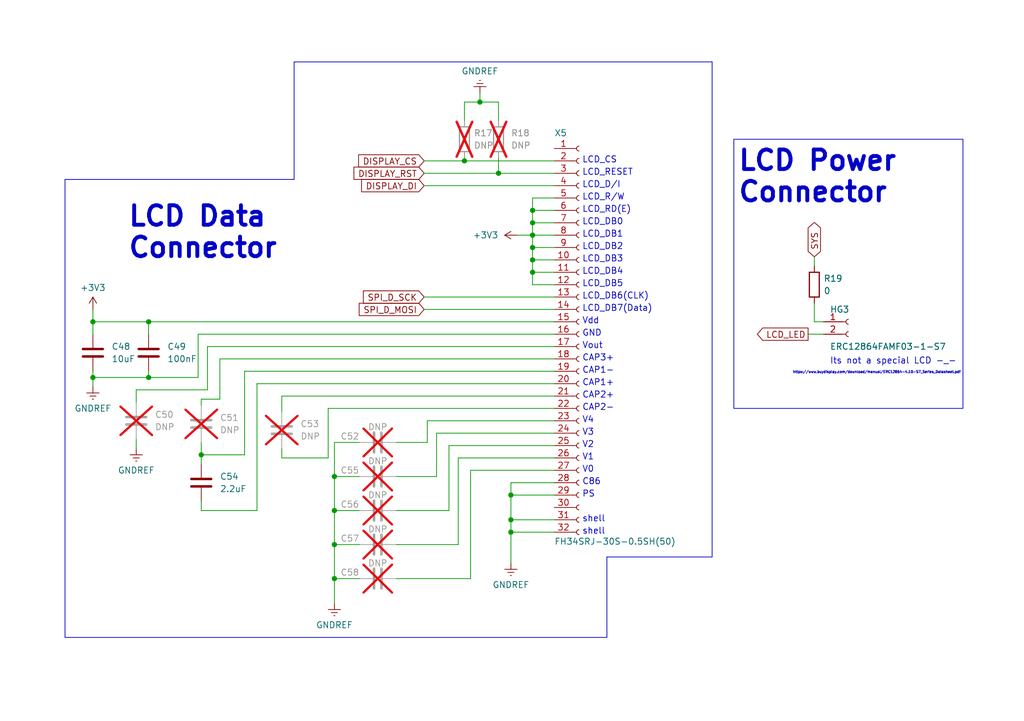
<source format=kicad_sch>
(kicad_sch (version 20230121) (generator eeschema)
  (paper "A5")
  (title_block (title "Flipper Device DIY") (rev "13.F7B9C6") (company "Originally from : Flipper Devices Inc.") (comment 1 "DIY Version 1.0"))
  (lib_symbols
    (symbol "Connector2:Conn_01x32_Female" (pin_names (offset 1.016) hide)
      (property "Reference" "J" (at 0 40.64 0))
      (property "Value" "Conn_01x32_Female" (at 0 -43.18 0))
      (symbol "Conn_01x32_Female_1_1"
        (arc (start 0 -40.132) (mid -0.5058 -40.64) (end 0 -41.148) (stroke (width 0.1524)))
        (arc (start 0 -37.592) (mid -0.5058 -38.1) (end 0 -38.608) (stroke (width 0.1524)))
        (arc (start 0 -35.052) (mid -0.5058 -35.56) (end 0 -36.068) (stroke (width 0.1524)))
        (arc (start 0 -32.512) (mid -0.5058 -33.02) (end 0 -33.528) (stroke (width 0.1524)))
        (arc (start 0 -29.972) (mid -0.5058 -30.48) (end 0 -30.988) (stroke (width 0.1524)))
        (arc (start 0 -27.432) (mid -0.5058 -27.94) (end 0 -28.448) (stroke (width 0.1524)))
        (arc (start 0 -24.892) (mid -0.5058 -25.4) (end 0 -25.908) (stroke (width 0.1524)))
        (arc (start 0 -22.352) (mid -0.5058 -22.86) (end 0 -23.368) (stroke (width 0.1524)))
        (arc (start 0 -19.812) (mid -0.5058 -20.32) (end 0 -20.828) (stroke (width 0.1524)))
        (arc (start 0 -17.272) (mid -0.5058 -17.78) (end 0 -18.288) (stroke (width 0.1524)))
        (arc (start 0 -14.732) (mid -0.5058 -15.24) (end 0 -15.748) (stroke (width 0.1524)))
        (arc (start 0 -12.192) (mid -0.5058 -12.7) (end 0 -13.208) (stroke (width 0.1524)))
        (arc (start 0 -9.652) (mid -0.5058 -10.16) (end 0 -10.668) (stroke (width 0.1524)))
        (arc (start 0 -7.112) (mid -0.5058 -7.62) (end 0 -8.128) (stroke (width 0.1524)))
        (arc (start 0 -4.572) (mid -0.5058 -5.08) (end 0 -5.588) (stroke (width 0.1524)))
        (arc (start 0 -2.032) (mid -0.5058 -2.54) (end 0 -3.048) (stroke (width 0.1524)))
        (polyline (pts (xy -1.27 -40.64) (xy -0.508 -40.64)) (stroke (width 0.1524)))
        (polyline (pts (xy -1.27 -38.1) (xy -0.508 -38.1)) (stroke (width 0.1524)))
        (polyline (pts (xy -1.27 -35.56) (xy -0.508 -35.56)) (stroke (width 0.1524)))
        (polyline (pts (xy -1.27 -33.02) (xy -0.508 -33.02)) (stroke (width 0.1524)))
        (polyline (pts (xy -1.27 -30.48) (xy -0.508 -30.48)) (stroke (width 0.1524)))
        (polyline (pts (xy -1.27 -27.94) (xy -0.508 -27.94)) (stroke (width 0.1524)))
        (polyline (pts (xy -1.27 -25.4) (xy -0.508 -25.4)) (stroke (width 0.1524)))
        (polyline (pts (xy -1.27 -22.86) (xy -0.508 -22.86)) (stroke (width 0.1524)))
        (polyline (pts (xy -1.27 -20.32) (xy -0.508 -20.32)) (stroke (width 0.1524)))
        (polyline (pts (xy -1.27 -17.78) (xy -0.508 -17.78)) (stroke (width 0.1524)))
        (polyline (pts (xy -1.27 -15.24) (xy -0.508 -15.24)) (stroke (width 0.1524)))
        (polyline (pts (xy -1.27 -12.7) (xy -0.508 -12.7)) (stroke (width 0.1524)))
        (polyline (pts (xy -1.27 -10.16) (xy -0.508 -10.16)) (stroke (width 0.1524)))
        (polyline (pts (xy -1.27 -7.62) (xy -0.508 -7.62)) (stroke (width 0.1524)))
        (polyline (pts (xy -1.27 -5.08) (xy -0.508 -5.08)) (stroke (width 0.1524)))
        (polyline (pts (xy -1.27 -2.54) (xy -0.508 -2.54)) (stroke (width 0.1524)))
        (polyline (pts (xy -1.27 0) (xy -0.508 0)) (stroke (width 0.1524)))
        (polyline (pts (xy -1.27 2.54) (xy -0.508 2.54)) (stroke (width 0.1524)))
        (polyline (pts (xy -1.27 5.08) (xy -0.508 5.08)) (stroke (width 0.1524)))
        (polyline (pts (xy -1.27 7.62) (xy -0.508 7.62)) (stroke (width 0.1524)))
        (polyline (pts (xy -1.27 10.16) (xy -0.508 10.16)) (stroke (width 0.1524)))
        (polyline (pts (xy -1.27 12.7) (xy -0.508 12.7)) (stroke (width 0.1524)))
        (polyline (pts (xy -1.27 15.24) (xy -0.508 15.24)) (stroke (width 0.1524)))
        (polyline (pts (xy -1.27 17.78) (xy -0.508 17.78)) (stroke (width 0.1524)))
        (polyline (pts (xy -1.27 20.32) (xy -0.508 20.32)) (stroke (width 0.1524)))
        (polyline (pts (xy -1.27 22.86) (xy -0.508 22.86)) (stroke (width 0.1524)))
        (polyline (pts (xy -1.27 25.4) (xy -0.508 25.4)) (stroke (width 0.1524)))
        (polyline (pts (xy -1.27 27.94) (xy -0.508 27.94)) (stroke (width 0.1524)))
        (polyline (pts (xy -1.27 30.48) (xy -0.508 30.48)) (stroke (width 0.1524)))
        (polyline (pts (xy -1.27 33.02) (xy -0.508 33.02)) (stroke (width 0.1524)))
        (polyline (pts (xy -1.27 35.56) (xy -0.508 35.56)) (stroke (width 0.1524)))
        (polyline (pts (xy -1.27 38.1) (xy -0.508 38.1)) (stroke (width 0.1524)))
        (arc (start 0 0.508) (mid -0.5058 0) (end 0 -0.508) (stroke (width 0.1524)))
        (arc (start 0 3.048) (mid -0.5058 2.54) (end 0 2.032) (stroke (width 0.1524)))
        (arc (start 0 5.588) (mid -0.5058 5.08) (end 0 4.572) (stroke (width 0.1524)))
        (arc (start 0 8.128) (mid -0.5058 7.62) (end 0 7.112) (stroke (width 0.1524)))
        (arc (start 0 10.668) (mid -0.5058 10.16) (end 0 9.652) (stroke (width 0.1524)))
        (arc (start 0 13.208) (mid -0.5058 12.7) (end 0 12.192) (stroke (width 0.1524)))
        (arc (start 0 15.748) (mid -0.5058 15.24) (end 0 14.732) (stroke (width 0.1524)))
        (arc (start 0 18.288) (mid -0.5058 17.78) (end 0 17.272) (stroke (width 0.1524)))
        (arc (start 0 20.828) (mid -0.5058 20.32) (end 0 19.812) (stroke (width 0.1524)))
        (arc (start 0 23.368) (mid -0.5058 22.86) (end 0 22.352) (stroke (width 0.1524)))
        (arc (start 0 25.908) (mid -0.5058 25.4) (end 0 24.892) (stroke (width 0.1524)))
        (arc (start 0 28.448) (mid -0.5058 27.94) (end 0 27.432) (stroke (width 0.1524)))
        (arc (start 0 30.988) (mid -0.5058 30.48) (end 0 29.972) (stroke (width 0.1524)))
        (arc (start 0 33.528) (mid -0.5058 33.02) (end 0 32.512) (stroke (width 0.1524)))
        (arc (start 0 36.068) (mid -0.5058 35.56) (end 0 35.052) (stroke (width 0.1524)))
        (arc (start 0 38.608) (mid -0.5058 38.1) (end 0 37.592) (stroke (width 0.1524)))
        (pin passive line (at -5.08 38.1 0) (length 3.81) (name "Pin_1") (number "1"))
        (pin passive line (at -5.08 15.24 0) (length 3.81) (name "Pin_10") (number "10"))
        (pin passive line (at -5.08 12.7 0) (length 3.81) (name "Pin_11") (number "11"))
        (pin passive line (at -5.08 10.16 0) (length 3.81) (name "Pin_12") (number "12"))
        (pin passive line (at -5.08 7.62 0) (length 3.81) (name "Pin_13") (number "13"))
        (pin passive line (at -5.08 5.08 0) (length 3.81) (name "Pin_14") (number "14"))
        (pin passive line (at -5.08 2.54 0) (length 3.81) (name "Pin_15") (number "15"))
        (pin passive line (at -5.08 0 0) (length 3.81) (name "Pin_16") (number "16"))
        (pin passive line (at -5.08 -2.54 0) (length 3.81) (name "Pin_17") (number "17"))
        (pin passive line (at -5.08 -5.08 0) (length 3.81) (name "Pin_18") (number "18"))
        (pin passive line (at -5.08 -7.62 0) (length 3.81) (name "Pin_19") (number "19"))
        (pin passive line (at -5.08 35.56 0) (length 3.81) (name "Pin_2") (number "2"))
        (pin passive line (at -5.08 -10.16 0) (length 3.81) (name "Pin_20") (number "20"))
        (pin passive line (at -5.08 -12.7 0) (length 3.81) (name "Pin_21") (number "21"))
        (pin passive line (at -5.08 -15.24 0) (length 3.81) (name "Pin_22") (number "22"))
        (pin passive line (at -5.08 -17.78 0) (length 3.81) (name "Pin_23") (number "23"))
        (pin passive line (at -5.08 -20.32 0) (length 3.81) (name "Pin_24") (number "24"))
        (pin passive line (at -5.08 -22.86 0) (length 3.81) (name "Pin_25") (number "25"))
        (pin passive line (at -5.08 -25.4 0) (length 3.81) (name "Pin_26") (number "26"))
        (pin passive line (at -5.08 -27.94 0) (length 3.81) (name "Pin_27") (number "27"))
        (pin passive line (at -5.08 -30.48 0) (length 3.81) (name "Pin_28") (number "28"))
        (pin passive line (at -5.08 -33.02 0) (length 3.81) (name "Pin_29") (number "29"))
        (pin passive line (at -5.08 33.02 0) (length 3.81) (name "Pin_3") (number "3"))
        (pin passive line (at -5.08 -35.56 0) (length 3.81) (name "Pin_30") (number "30"))
        (pin passive line (at -5.08 -38.1 0) (length 3.81) (name "Pin_31") (number "31"))
        (pin passive line (at -5.08 -40.64 0) (length 3.81) (name "Pin_32") (number "32"))
        (pin passive line (at -5.08 30.48 0) (length 3.81) (name "Pin_4") (number "4"))
        (pin passive line (at -5.08 27.94 0) (length 3.81) (name "Pin_5") (number "5"))
        (pin passive line (at -5.08 25.4 0) (length 3.81) (name "Pin_6") (number "6"))
        (pin passive line (at -5.08 22.86 0) (length 3.81) (name "Pin_7") (number "7"))
        (pin passive line (at -5.08 20.32 0) (length 3.81) (name "Pin_8") (number "8"))
        (pin passive line (at -5.08 17.78 0) (length 3.81) (name "Pin_9") (number "9"))
      )
    )
    (symbol "Connector:Conn_01x02_Socket" (pin_names (offset 1.016) hide)
      (property "Reference" "J" (at 0 2.54 0))
      (property "Value" "Conn_01x02_Socket" (at 0 -5.08 0))
      (symbol "Conn_01x02_Socket_1_1"
        (arc (start 0 -2.032) (mid -0.5058 -2.54) (end 0 -3.048) (stroke (width 0.1524)))
        (polyline (pts (xy -1.27 -2.54) (xy -0.508 -2.54)) (stroke (width 0.1524)))
        (polyline (pts (xy -1.27 0) (xy -0.508 0)) (stroke (width 0.1524)))
        (arc (start 0 0.508) (mid -0.5058 0) (end 0 -0.508) (stroke (width 0.1524)))
        (pin passive line (at -5.08 0 0) (length 3.81) (name "Pin_1") (number "1"))
        (pin passive line (at -5.08 -2.54 0) (length 3.81) (name "Pin_2") (number "2"))
      )
    )
    (symbol "Device:C" (pin_numbers hide) (pin_names (offset 0.254))
      (property "Reference" "C" (at 0.635 2.54 0))
      (property "Value" "C" (at 0.635 -2.54 0))
      (symbol "C_0_1"
        (polyline (pts (xy -2.032 -0.762) (xy 2.032 -0.762)) (stroke (width 0.508)))
        (polyline (pts (xy -2.032 0.762) (xy 2.032 0.762)) (stroke (width 0.508)))
      )
      (symbol "C_1_1"
        (pin passive line (at 0 3.81 270) (length 2.794) (name "~") (number "1"))
        (pin passive line (at 0 -3.81 90) (length 2.794) (name "~") (number "2"))
      )
    )
    (symbol "Device:R" (pin_numbers hide) (pin_names (offset 0))
      (property "Reference" "R" (at 2.032 0 90))
      (property "Value" "R" (at 0 0 90))
      (symbol "R_0_1"
        (rectangle (start -1.016 -2.54) (end 1.016 2.54) (stroke (width 0.254)))
      )
      (symbol "R_1_1"
        (pin passive line (at 0 3.81 270) (length 1.27) (name "~") (number "1"))
        (pin passive line (at 0 -3.81 90) (length 1.27) (name "~") (number "2"))
      )
    )
    (symbol "power:+3V3" (power) (pin_names (offset 0))
      (property "Value" "+3V3" (at 0 3.556 0))
      (symbol "+3V3_0_1"
        (polyline (pts (xy -0.762 1.27) (xy 0 2.54)))
        (polyline (pts (xy 0 0) (xy 0 2.54)))
        (polyline (pts (xy 0 2.54) (xy 0.762 1.27)))
      )
      (symbol "+3V3_1_1"
        (pin power_in line (at 0 0 90) (length 0) hide (name "+3V3") (number "1"))
      )
    )
    (symbol "power:GNDREF" (power) (pin_names (offset 0))
      (property "Value" "GNDREF" (at 0 -3.81 0))
      (symbol "GNDREF_0_1"
        (polyline (pts (xy -0.635 -1.905) (xy 0.635 -1.905)))
        (polyline (pts (xy -0.127 -2.54) (xy 0.127 -2.54)))
        (polyline (pts (xy 0 -1.27) (xy 0 0)))
        (polyline (pts (xy 1.27 -1.27) (xy -1.27 -1.27)))
      )
      (symbol "GNDREF_1_1"
        (pin power_in line (at 0 0 270) (length 0) hide (name "GNDREF") (number "1"))
      )
    )
  )
  (junction (at 68.58 97.79))
  (junction (at 109.22 45.72))
  (junction (at 109.22 43.18))
  (junction (at 19.05 77.47))
  (junction (at 68.58 118.745))
  (junction (at 104.775 101.6))
  (junction (at 109.22 53.34))
  (junction (at 98.425 20.955))
  (junction (at 41.275 93.345))
  (junction (at 104.775 109.22))
  (junction (at 30.48 66.04))
  (junction (at 102.235 35.56))
  (junction (at 68.58 111.76))
  (junction (at 104.775 106.68))
  (junction (at 19.05 66.04))
  (junction (at 109.22 55.88))
  (junction (at 95.25 33.02))
  (junction (at 30.48 77.47))
  (junction (at 68.58 104.775))
  (junction (at 109.22 50.8))
  (junction (at 109.22 48.26))
  (wire (pts (xy 165.735 68.58) (xy 168.91 68.58)))
  (wire (pts (xy 109.22 53.34) (xy 109.22 55.88)))
  (wire (pts (xy 41.275 93.345) (xy 41.275 95.25)))
  (polyline (pts (xy 60.325 36.83) (xy 13.335 36.83)))
  (wire (pts (xy 68.58 104.775) (xy 68.58 111.76)))
  (wire (pts (xy 102.235 35.56) (xy 113.665 35.56)))
  (wire (pts (xy 113.665 55.88) (xy 109.22 55.88)))
  (wire (pts (xy 19.05 66.04) (xy 19.05 68.58)))
  (wire (pts (xy 50.165 93.345) (xy 41.275 93.345)))
  (wire (pts (xy 104.775 99.06) (xy 104.775 101.6)))
  (polyline (pts (xy 13.335 130.81) (xy 13.97 130.81)))
  (wire (pts (xy 57.785 93.98) (xy 57.785 92.075)))
  (wire (pts (xy 40.64 68.58) (xy 40.64 77.47)))
  (wire (pts (xy 109.22 48.26) (xy 113.665 48.26)))
  (wire (pts (xy 109.22 53.34) (xy 113.665 53.34)))
  (wire (pts (xy 50.165 76.2) (xy 50.165 93.345)))
  (wire (pts (xy 89.535 88.9) (xy 89.535 97.79)))
  (wire (pts (xy 57.785 84.455) (xy 57.785 81.28)))
  (wire (pts (xy 113.665 78.74) (xy 52.705 78.74)))
  (wire (pts (xy 95.25 32.385) (xy 95.25 33.02)))
  (wire (pts (xy 41.275 81.915) (xy 41.275 83.185)))
  (wire (pts (xy 86.995 35.56) (xy 102.235 35.56)))
  (wire (pts (xy 98.425 20.955) (xy 98.425 19.05)))
  (wire (pts (xy 113.665 76.2) (xy 50.165 76.2)))
  (wire (pts (xy 45.085 73.66) (xy 45.085 81.915)))
  (wire (pts (xy 92.075 91.44) (xy 113.665 91.44)))
  (wire (pts (xy 93.98 111.76) (xy 81.28 111.76)))
  (wire (pts (xy 113.665 40.64) (xy 109.22 40.64)))
  (wire (pts (xy 30.48 77.47) (xy 30.48 76.2)))
  (wire (pts (xy 42.545 71.12) (xy 42.545 80.01)))
  (wire (pts (xy 113.665 86.36) (xy 87.63 86.36)))
  (wire (pts (xy 104.775 106.68) (xy 104.775 109.22)))
  (wire (pts (xy 42.545 71.12) (xy 113.665 71.12)))
  (wire (pts (xy 109.22 48.26) (xy 106.045 48.26)))
  (wire (pts (xy 81.28 104.775) (xy 92.075 104.775)))
  (wire (pts (xy 68.58 97.79) (xy 73.66 97.79)))
  (wire (pts (xy 109.22 43.18) (xy 113.665 43.18)))
  (wire (pts (xy 19.05 77.47) (xy 30.48 77.47)))
  (wire (pts (xy 19.05 77.47) (xy 19.05 79.375)))
  (wire (pts (xy 67.31 83.82) (xy 67.31 93.98)))
  (wire (pts (xy 27.94 90.17) (xy 27.94 92.075)))
  (wire (pts (xy 93.98 93.98) (xy 93.98 111.76)))
  (wire (pts (xy 95.25 24.765) (xy 95.25 20.955)))
  (wire (pts (xy 86.995 38.1) (xy 113.665 38.1)))
  (wire (pts (xy 113.665 73.66) (xy 45.085 73.66)))
  (wire (pts (xy 67.31 93.98) (xy 57.785 93.98)))
  (wire (pts (xy 68.58 118.745) (xy 73.66 118.745)))
  (wire (pts (xy 73.66 111.76) (xy 68.58 111.76)))
  (wire (pts (xy 89.535 97.79) (xy 81.28 97.79)))
  (wire (pts (xy 81.28 118.745) (xy 96.52 118.745)))
  (wire (pts (xy 68.58 123.825) (xy 68.58 118.745)))
  (wire (pts (xy 109.22 53.34) (xy 109.22 50.8)))
  (polyline (pts (xy 60.325 12.7) (xy 60.325 36.83)))
  (wire (pts (xy 41.275 104.775) (xy 41.275 102.87)))
  (wire (pts (xy 96.52 96.52) (xy 113.665 96.52)))
  (wire (pts (xy 19.05 76.2) (xy 19.05 77.47)))
  (wire (pts (xy 86.995 33.02) (xy 95.25 33.02)))
  (polyline (pts (xy 124.46 130.81) (xy 124.46 114.3)))
  (wire (pts (xy 40.64 68.58) (xy 113.665 68.58)))
  (wire (pts (xy 113.665 109.22) (xy 104.775 109.22)))
  (wire (pts (xy 109.22 40.64) (xy 109.22 43.18)))
  (wire (pts (xy 68.58 97.79) (xy 68.58 104.775)))
  (wire (pts (xy 104.775 109.22) (xy 104.775 115.57)))
  (wire (pts (xy 68.58 111.76) (xy 68.58 118.745)))
  (wire (pts (xy 109.22 50.8) (xy 113.665 50.8)))
  (wire (pts (xy 73.66 90.805) (xy 68.58 90.805)))
  (wire (pts (xy 41.275 93.345) (xy 41.275 90.805)))
  (wire (pts (xy 113.665 83.82) (xy 67.31 83.82)))
  (wire (pts (xy 92.075 104.775) (xy 92.075 91.44)))
  (wire (pts (xy 30.48 66.04) (xy 113.665 66.04)))
  (wire (pts (xy 68.58 104.775) (xy 73.66 104.775)))
  (wire (pts (xy 57.785 81.28) (xy 113.665 81.28)))
  (wire (pts (xy 113.665 99.06) (xy 104.775 99.06)))
  (wire (pts (xy 167.005 62.23) (xy 167.005 66.04)))
  (wire (pts (xy 52.705 104.775) (xy 41.275 104.775)))
  (wire (pts (xy 102.235 20.955) (xy 98.425 20.955)))
  (polyline (pts (xy 13.335 36.83) (xy 13.335 130.81)))
  (wire (pts (xy 109.22 45.72) (xy 109.22 48.26)))
  (wire (pts (xy 109.22 43.18) (xy 109.22 45.72)))
  (wire (pts (xy 95.25 20.955) (xy 98.425 20.955)))
  (wire (pts (xy 167.005 66.04) (xy 168.91 66.04)))
  (wire (pts (xy 109.22 50.8) (xy 109.22 48.26)))
  (polyline (pts (xy 13.97 130.81) (xy 124.46 130.81)))
  (wire (pts (xy 87.63 90.805) (xy 81.28 90.805)))
  (polyline (pts (xy 124.46 114.3) (xy 146.05 114.3)))
  (wire (pts (xy 86.995 63.5) (xy 113.665 63.5)))
  (wire (pts (xy 102.235 24.765) (xy 102.235 20.955)))
  (wire (pts (xy 113.665 58.42) (xy 109.22 58.42)))
  (wire (pts (xy 40.64 77.47) (xy 30.48 77.47)))
  (wire (pts (xy 45.085 81.915) (xy 41.275 81.915)))
  (wire (pts (xy 19.05 63.5) (xy 19.05 66.04)))
  (wire (pts (xy 104.775 101.6) (xy 113.665 101.6)))
  (wire (pts (xy 87.63 86.36) (xy 87.63 90.805)))
  (wire (pts (xy 109.22 55.88) (xy 109.22 58.42)))
  (wire (pts (xy 95.25 33.02) (xy 113.665 33.02)))
  (wire (pts (xy 27.94 80.01) (xy 27.94 82.55)))
  (wire (pts (xy 102.235 32.385) (xy 102.235 35.56)))
  (wire (pts (xy 104.775 106.68) (xy 113.665 106.68)))
  (wire (pts (xy 68.58 90.805) (xy 68.58 97.79)))
  (wire (pts (xy 167.005 52.705) (xy 167.005 54.61)))
  (wire (pts (xy 42.545 80.01) (xy 27.94 80.01)))
  (wire (pts (xy 86.995 60.96) (xy 113.665 60.96)))
  (wire (pts (xy 113.665 93.98) (xy 93.98 93.98)))
  (wire (pts (xy 113.665 88.9) (xy 89.535 88.9)))
  (wire (pts (xy 30.48 66.04) (xy 19.05 66.04)))
  (polyline (pts (xy 146.05 12.7) (xy 60.325 12.7)))
  (wire (pts (xy 52.705 78.74) (xy 52.705 104.775)))
  (wire (pts (xy 104.775 101.6) (xy 104.775 106.68)))
  (wire (pts (xy 30.48 66.04) (xy 30.48 68.58)))
  (wire (pts (xy 109.22 45.72) (xy 113.665 45.72)))
  (polyline (pts (xy 146.05 114.3) (xy 146.05 12.7)))
  (wire (pts (xy 96.52 118.745) (xy 96.52 96.52)))
  (rectangle (start 150.495 28.575) (end 197.485 83.82))
  (text "LCD_DB2" (at 119.38 51.435 0) (effects (font (size 1.27 1.27)) (justify left bottom)))
  (text "LCD_D/I" (at 119.38 38.735 0) (effects (font (size 1.27 1.27)) (justify left bottom)))
  (text "LCD_DB0" (at 119.38 46.355 0) (effects (font (size 1.27 1.27)) (justify left bottom)))
  (text "LCD_RESET" (at 119.38 36.195 0) (effects (font (size 1.27 1.27)) (justify left bottom)))
  (text "LCD Data\nConnector" (at 26.035 53.34 0) (effects (font (size 4 4) bold) (justify left bottom)))
  (text "Vdd" (at 119.38 66.675 0) (effects (font (size 1.27 1.27)) (justify left bottom)))
  (text "V0" (at 119.38 97.155 0) (effects (font (size 1.27 1.27)) (justify left bottom)))
  (text "LCD_DB6(CLK)" (at 119.38 61.595 0) (effects (font (size 1.27 1.27)) (justify left bottom)))
  (text "C86" (at 119.38 99.695 0) (effects (font (size 1.27 1.27)) (justify left bottom)))
  (text "GND" (at 119.38 69.215 0) (effects (font (size 1.27 1.27)) (justify left bottom)))
  (text "LCD_DB7(Data)" (at 119.38 64.135 0) (effects (font (size 1.27 1.27)) (justify left bottom)))
  (text "V2" (at 119.38 92.075 0) (effects (font (size 1.27 1.27)) (justify left bottom)))
  (text "LCD_RD(E)" (at 119.38 43.815 0) (effects (font (size 1.27 1.27)) (justify left bottom)))
  (text "V3" (at 119.38 89.535 0) (effects (font (size 1.27 1.27)) (justify left bottom)))
  (text "PS" (at 119.38 102.235 0) (effects (font (size 1.27 1.27)) (justify left bottom)))
  (text "LCD_DB1" (at 119.38 48.895 0) (effects (font (size 1.27 1.27)) (justify left bottom)))
  (text "V1" (at 119.38 94.615 0) (effects (font (size 1.27 1.27)) (justify left bottom)))
  (text "CAP1+" (at 119.38 79.375 0) (effects (font (size 1.27 1.27)) (justify left bottom)))
  (text "LCD_CS" (at 119.38 33.655 0) (effects (font (size 1.27 1.27)) (justify left bottom)))
  (text "CAP2-" (at 119.38 84.455 0) (effects (font (size 1.27 1.27)) (justify left bottom)))
  (text "shell" (at 119.38 109.855 0) (effects (font (size 1.27 1.27)) (justify left bottom)))
  (text "Vout" (at 119.38 71.755 0) (effects (font (size 1.27 1.27)) (justify left bottom)))
  (text "LCD_R/W" (at 119.38 41.275 0) (effects (font (size 1.27 1.27)) (justify left bottom)))
  (text "Its not a special LCD -_-" (at 170.18 74.93 0) (effects (font (size 1.27 1.27)) (justify left bottom)))
  (text "shell" (at 119.38 107.315 0) (effects (font (size 1.27 1.27)) (justify left bottom)))
  (text "V4" (at 119.38 86.995 0) (effects (font (size 1.27 1.27)) (justify left bottom)))
  (text "CAP3+" (at 119.38 74.295 0) (effects (font (size 1.27 1.27)) (justify left bottom)))
  (text "LCD Power\nConnector" (at 151.13 41.91 0) (effects (font (size 4 4) bold) (justify left bottom)))
  (text "CAP1-" (at 119.38 76.835 0) (effects (font (size 1.27 1.27)) (justify left bottom)))
  (text "https://www.buydisplay.com/download/manual/ERC12864-4.10-S7_Series_Datasheet.pdf" (at 162.56 76.835 0) (effects (font (size 0.5 0.5)) (justify left bottom)))
  (text "LCD_DB4" (at 119.38 56.515 0) (effects (font (size 1.27 1.27)) (justify left bottom)))
  (text "CAP2+" (at 119.38 81.915 0) (effects (font (size 1.27 1.27)) (justify left bottom)))
  (text "LCD_DB5" (at 119.38 59.055 0) (effects (font (size 1.27 1.27)) (justify left bottom)))
  (text "LCD_DB3" (at 119.38 53.975 0) (effects (font (size 1.27 1.27)) (justify left bottom)))
  (global_label "SYS" (shape bidirectional) (at 167.005 52.705 90) (property "Intersheetrefs" "${INTERSHEET_REFS}" (effects hide)))
  (global_label "DISPLAY_CS" (shape input) (at 86.995 33.02 180) (property "Intersheetrefs" "${INTERSHEET_REFS}" (effects hide)))
  (global_label "DISPLAY_DI" (shape input) (at 86.995 38.1 180) (property "Intersheetrefs" "${INTERSHEET_REFS}" (effects hide)))
  (global_label "SPI_D_MOSI" (shape input) (at 86.995 63.5 180) (property "Intersheetrefs" "${INTERSHEET_REFS}" (effects hide)))
  (global_label "LCD_LED" (shape output) (at 165.735 68.58 180) (property "Intersheetrefs" "${INTERSHEET_REFS}" (effects hide)))
  (global_label "SPI_D_SCK" (shape input) (at 86.995 60.96 180) (property "Intersheetrefs" "${INTERSHEET_REFS}" (effects hide)))
  (global_label "DISPLAY_RST" (shape input) (at 86.995 35.56 180) (property "Intersheetrefs" "${INTERSHEET_REFS}" (effects hide)))
  (symbol (lib_id "Device:C") (at 41.275 86.995 0) (unit 1) (dnp yes)
    (property "Reference" "C51" (at 45.085 85.725 0) (effects (justify left)))
    (property "Value" "DNP" (at 45.085 88.265 0) (effects (justify left)))
    (property "Footprint" "Capacitor_SMD:C_0402_1005Metric" (effects hide))
  )
  (symbol (lib_id "Device:R") (at 102.235 28.575 0) (unit 1) (dnp yes)
    (property "Reference" "R18" (at 104.775 27.305 0) (effects (justify left)))
    (property "Value" "DNP" (at 104.775 29.845 0) (effects (justify left)))
    (property "Footprint" "Resistor_SMD:R_0402_1005Metric" (effects hide))
  )
  (symbol (lib_id "Device:C") (at 19.05 72.39 0) (unit 1)
    (property "Reference" "C48" (at 22.86 71.12 0) (effects (justify left)))
    (property "Value" "10uF" (at 22.86 73.66 0) (effects (justify left)))
    (property "Footprint" "Capacitor_SMD:C_0603_1608Metric" (effects hide))
  )
  (symbol (lib_id "Device:C") (at 77.47 104.775 90) (unit 1) (dnp yes)
    (property "Reference" "C56" (at 71.755 103.505 90))
    (property "Value" "DNP" (at 77.47 101.6 90))
    (property "Footprint" "Capacitor_SMD:C_0402_1005Metric" (effects hide))
  )
  (symbol (lib_id "power:GNDREF") (at 98.425 19.05 180) (unit 1)
    (property "Reference" "#PWR080" (effects hide))
    (property "Value" "GNDREF" (at 98.425 14.605 0))
  )
  (symbol (lib_id "Device:C") (at 27.94 86.36 0) (unit 1) (dnp yes)
    (property "Reference" "C50" (at 31.75 85.09 0) (effects (justify left)))
    (property "Value" "DNP" (at 31.75 87.63 0) (effects (justify left)))
    (property "Footprint" "Capacitor_SMD:C_0402_1005Metric" (effects hide))
  )
  (symbol (lib_id "power:GNDREF") (at 27.94 92.075 0) (unit 1)
    (property "Reference" "#PWR084" (effects hide))
    (property "Value" "GNDREF" (at 27.94 96.52 0))
  )
  (symbol (lib_id "Device:C") (at 77.47 90.805 90) (unit 1) (dnp yes)
    (property "Reference" "C52" (at 71.755 89.535 90))
    (property "Value" "DNP" (at 77.47 87.63 90))
    (property "Footprint" "Capacitor_SMD:C_0402_1005Metric" (effects hide))
  )
  (symbol (lib_id "Device:C") (at 77.47 118.745 90) (unit 1) (dnp yes)
    (property "Reference" "C58" (at 71.755 117.475 90))
    (property "Value" "DNP" (at 77.47 115.57 90))
    (property "Footprint" "Capacitor_SMD:C_0402_1005Metric" (effects hide))
  )
  (symbol (lib_id "Connector2:Conn_01x32_Female") (at 118.745 68.58 0) (unit 1)
    (property "Reference" "X5" (at 113.665 27.305 0) (effects (justify left)))
    (property "Value" "FH34SRJ-30S-0.5SH(50)" (at 113.665 111.125 0) (effects (justify left)))
    (property "Footprint" "footprints:CONN30x1_FH34SRJ-30S-0.5SH50_HIR" (effects hide))
  )
  (symbol (lib_id "power:GNDREF") (at 19.05 79.375 0) (unit 1)
    (property "Reference" "#PWR082" (effects hide))
    (property "Value" "GNDREF" (at 19.05 83.82 0))
  )
  (symbol (lib_id "Device:C") (at 77.47 111.76 90) (unit 1) (dnp yes)
    (property "Reference" "C57" (at 71.755 110.49 90))
    (property "Value" "DNP" (at 77.47 108.585 90))
    (property "Footprint" "Capacitor_SMD:C_0402_1005Metric" (effects hide))
  )
  (symbol (lib_id "Device:C") (at 77.47 97.79 90) (unit 1) (dnp yes)
    (property "Reference" "C55" (at 71.755 96.52 90))
    (property "Value" "DNP" (at 77.47 94.615 90))
    (property "Footprint" "Capacitor_SMD:C_0402_1005Metric" (effects hide))
  )
  (symbol (lib_id "power:+3V3") (at 19.05 63.5 0) (unit 1)
    (property "Reference" "#PWR083" (effects hide))
    (property "Value" "+3V3" (at 19.05 59.055 0))
  )
  (symbol (lib_id "Device:C") (at 41.275 99.06 0) (unit 1)
    (property "Reference" "C54" (at 45.085 97.79 0) (effects (justify left)))
    (property "Value" "2.2uF" (at 45.085 100.33 0) (effects (justify left)))
    (property "Footprint" "Capacitor_SMD:C_0402_1005Metric" (effects hide))
  )
  (symbol (lib_id "power:GNDREF") (at 104.775 115.57 0) (unit 1)
    (property "Reference" "#PWR086" (effects hide))
    (property "Value" "GNDREF" (at 104.775 120.015 0))
  )
  (symbol (lib_id "power:GNDREF") (at 68.58 123.825 0) (unit 1)
    (property "Reference" "#PWR085" (effects hide))
    (property "Value" "GNDREF" (at 68.58 128.27 0))
  )
  (symbol (lib_id "Device:C") (at 30.48 72.39 0) (unit 1)
    (property "Reference" "C49" (at 34.29 71.12 0) (effects (justify left)))
    (property "Value" "100nF" (at 34.29 73.66 0) (effects (justify left)))
    (property "Footprint" "Capacitor_SMD:C_0402_1005Metric" (effects hide))
  )
  (symbol (lib_id "power:+3V3") (at 106.045 48.26 90) (unit 1)
    (property "Reference" "#PWR081" (effects hide))
    (property "Value" "+3V3" (at 102.235 48.26 90) (effects (justify left)))
  )
  (symbol (lib_id "Device:R") (at 167.005 58.42 0) (unit 1)
    (property "Reference" "R19" (at 168.91 57.15 0) (effects (justify left)))
    (property "Value" "0" (at 168.91 59.69 0) (effects (justify left)))
    (property "Footprint" "Resistor_SMD:R_0402_1005Metric" (effects hide))
  )
  (symbol (lib_id "Connector:Conn_01x02_Socket") (at 173.99 66.04 0) (unit 1)
    (property "Reference" "HG3" (at 170.18 63.5 0) (effects (justify left)))
    (property "Value" "ERC12864FAMF03-1-S7" (at 170.18 71.12 0) (effects (justify left)))
    (property "Footprint" "Connector_PinHeader_2.00mm:PinHeader_1x02_P2.00mm_Vertical_SMD_Pin1Left" (effects hide))
  )
  (symbol (lib_id "Device:R") (at 95.25 28.575 0) (unit 1) (dnp yes)
    (property "Reference" "R17" (at 97.155 27.305 0) (effects (justify left)))
    (property "Value" "DNP" (at 97.155 29.845 0) (effects (justify left)))
    (property "Footprint" "Resistor_SMD:R_0402_1005Metric" (effects hide))
  )
  (symbol (lib_id "Device:C") (at 57.785 88.265 0) (unit 1) (dnp yes)
    (property "Reference" "C53" (at 61.595 86.995 0) (effects (justify left)))
    (property "Value" "DNP" (at 61.595 89.535 0) (effects (justify left)))
    (property "Footprint" "Capacitor_SMD:C_0402_1005Metric" (effects hide))
  )
)
</source>
